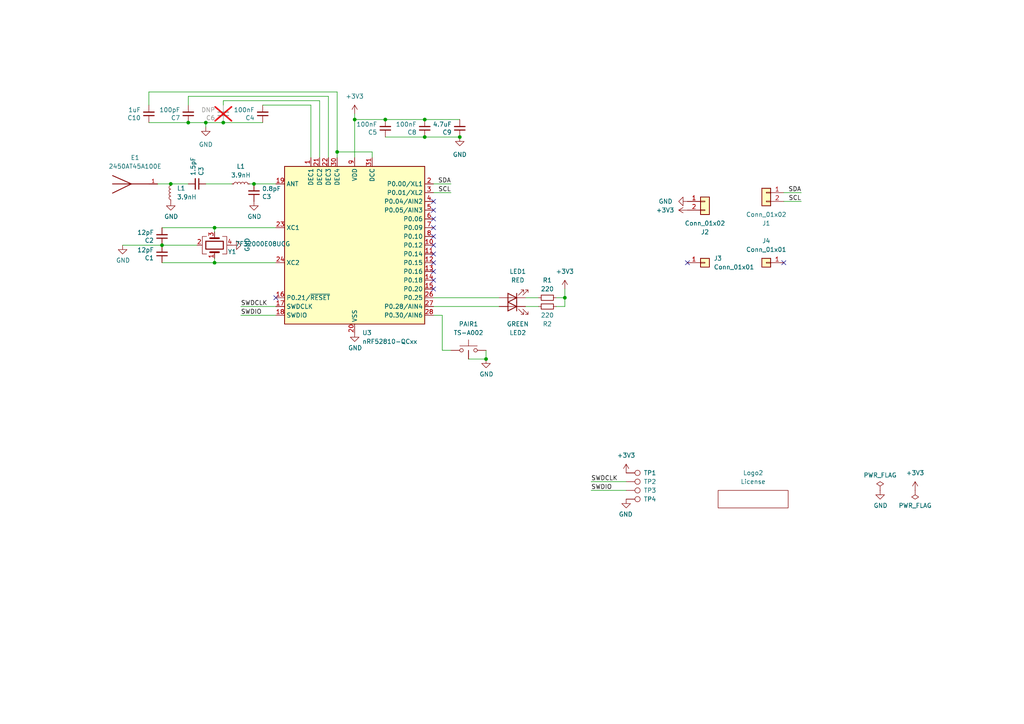
<source format=kicad_sch>
(kicad_sch (version 20230121) (generator eeschema)
  (paper "A4")
  (lib_symbols
    (symbol "2450AT45A100E:2450AT45A100E" (pin_names (offset 1.016))
      (property "Reference" "E" (at 2.8004 5.8496 0))
      (property "Value" "2450AT45A100E" (at 2.6732 3.813 0))
      (symbol "2450AT45A100E_0_0"
        (polyline (pts (xy 0 2.54) (xy -2.667 8.001)) (stroke (width 0.254)))
        (polyline (pts (xy 0 2.54) (xy 0 -5.08)) (stroke (width 0.254)))
        (polyline (pts (xy 0 8.001) (xy 0 2.54)) (stroke (width 0.254)))
        (polyline (pts (xy 2.413 8.001) (xy 0 2.54)) (stroke (width 0.254)))
        (pin input line (at 0 -5.08 90) (length 2.54) (name "~") (number "1"))
      )
    )
    (symbol "Connector:TestPoint" (pin_numbers hide) (pin_names (offset 0.762) hide)
      (property "Reference" "TP" (at 0 6.858 0))
      (property "Value" "TestPoint" (at 0 5.08 0))
      (symbol "TestPoint_0_1"
        (circle (center 0 3.302) (radius 0.762))
      )
      (symbol "TestPoint_1_1"
        (pin passive line (at 0 0 90) (length 2.54) (name "1") (number "1"))
      )
    )
    (symbol "Connector_Generic:Conn_01x01" (pin_names (offset 1.016) hide)
      (property "Reference" "J" (at 0 2.54 0))
      (property "Value" "Conn_01x01" (at 0 -2.54 0))
      (symbol "Conn_01x01_1_1"
        (rectangle (start -1.27 0.127) (end 0 -0.127) (stroke (width 0.1524)))
        (rectangle (start -1.27 1.27) (end 1.27 -1.27) (stroke (width 0.254)) (fill (type background)))
        (pin passive line (at -5.08 0 0) (length 3.81) (name "Pin_1") (number "1"))
      )
    )
    (symbol "Connector_Generic:Conn_01x02" (pin_names (offset 1.016) hide)
      (property "Reference" "J" (at 0 2.54 0))
      (property "Value" "Conn_01x02" (at 0 -5.08 0))
      (symbol "Conn_01x02_1_1"
        (rectangle (start -1.27 -2.413) (end 0 -2.667) (stroke (width 0.1524)))
        (rectangle (start -1.27 0.127) (end 0 -0.127) (stroke (width 0.1524)))
        (rectangle (start -1.27 1.27) (end 1.27 -3.81) (stroke (width 0.254)) (fill (type background)))
        (pin passive line (at -5.08 0 0) (length 3.81) (name "Pin_1") (number "1"))
        (pin passive line (at -5.08 -2.54 0) (length 3.81) (name "Pin_2") (number "2"))
      )
    )
    (symbol "Device:C_Small" (pin_numbers hide) (pin_names (offset 0.254) hide)
      (property "Reference" "C" (at 0.254 1.778 0))
      (property "Value" "C_Small" (at 0.254 -2.032 0))
      (symbol "C_Small_0_1"
        (polyline (pts (xy -1.524 -0.508) (xy 1.524 -0.508)) (stroke (width 0.3302)))
        (polyline (pts (xy -1.524 0.508) (xy 1.524 0.508)) (stroke (width 0.3048)))
      )
      (symbol "C_Small_1_1"
        (pin passive line (at 0 2.54 270) (length 2.032) (name "~") (number "1"))
        (pin passive line (at 0 -2.54 90) (length 2.032) (name "~") (number "2"))
      )
    )
    (symbol "Device:Crystal_GND24" (pin_names (offset 1.016) hide)
      (property "Reference" "Y" (at 3.175 5.08 0))
      (property "Value" "Crystal_GND24" (at 3.175 3.175 0))
      (symbol "Crystal_GND24_0_1"
        (rectangle (start -1.143 2.54) (end 1.143 -2.54) (stroke (width 0.3048)))
        (polyline (pts (xy -2.54 0) (xy -2.032 0)))
        (polyline (pts (xy -2.032 -1.27) (xy -2.032 1.27)) (stroke (width 0.508)))
        (polyline (pts (xy 0 -3.81) (xy 0 -3.556)))
        (polyline (pts (xy 0 3.556) (xy 0 3.81)))
        (polyline (pts (xy 2.032 -1.27) (xy 2.032 1.27)) (stroke (width 0.508)))
        (polyline (pts (xy 2.032 0) (xy 2.54 0)))
        (polyline (pts (xy -2.54 -2.286) (xy -2.54 -3.556) (xy 2.54 -3.556) (xy 2.54 -2.286)))
        (polyline (pts (xy -2.54 2.286) (xy -2.54 3.556) (xy 2.54 3.556) (xy 2.54 2.286)))
      )
      (symbol "Crystal_GND24_1_1"
        (pin passive line (at -3.81 0 0) (length 1.27) (name "1") (number "1"))
        (pin passive line (at 0 5.08 270) (length 1.27) (name "2") (number "2"))
        (pin passive line (at 3.81 0 180) (length 1.27) (name "3") (number "3"))
        (pin passive line (at 0 -5.08 90) (length 1.27) (name "4") (number "4"))
      )
    )
    (symbol "Device:L_Small" (pin_numbers hide) (pin_names (offset 0.254) hide)
      (property "Reference" "L" (at 0.762 1.016 0))
      (property "Value" "L_Small" (at 0.762 -1.016 0))
      (symbol "L_Small_0_1"
        (arc (start 0 -2.032) (mid 0.5058 -1.524) (end 0 -1.016))
        (arc (start 0 -1.016) (mid 0.5058 -0.508) (end 0 0))
        (arc (start 0 0) (mid 0.5058 0.508) (end 0 1.016))
        (arc (start 0 1.016) (mid 0.5058 1.524) (end 0 2.032))
      )
      (symbol "L_Small_1_1"
        (pin passive line (at 0 2.54 270) (length 0.508) (name "~") (number "1"))
        (pin passive line (at 0 -2.54 90) (length 0.508) (name "~") (number "2"))
      )
    )
    (symbol "Device:R_Small" (pin_numbers hide) (pin_names (offset 0.254) hide)
      (property "Reference" "R" (at 0.762 0.508 0))
      (property "Value" "R_Small" (at 0.762 -1.016 0))
      (symbol "R_Small_0_1"
        (rectangle (start -0.762 1.778) (end 0.762 -1.778) (stroke (width 0.2032)))
      )
      (symbol "R_Small_1_1"
        (pin passive line (at 0 2.54 270) (length 0.762) (name "~") (number "1"))
        (pin passive line (at 0 -2.54 90) (length 0.762) (name "~") (number "2"))
      )
    )
    (symbol "Keyboard Common:TS-A002" (pin_numbers hide) (pin_names (offset 1.016) hide)
      (property "Reference" "RES1" (at 1.27 2.54 0))
      (property "Value" "TS-A002" (at 0 -1.524 0))
      (symbol "TS-A002_0_1"
        (circle (center -2.032 0) (radius 0.508))
        (polyline (pts (xy 0 1.27) (xy 0 3.048)))
        (polyline (pts (xy 2.54 1.27) (xy -2.54 1.27)))
        (circle (center 2.032 0) (radius 0.508))
        (pin passive line (at -5.08 0 0) (length 2.54) (name "1") (number "1"))
        (pin passive line (at 5.08 0 180) (length 2.54) (name "2") (number "2"))
        (pin passive line (at 0 -2.54 90) (length 2.54) (name "3") (number "3"))
      )
    )
    (symbol "LCSC Parts:GREEN" (pin_numbers hide) (pin_names (offset 1.016) hide)
      (property "Reference" "LED" (at 0 2.54 0))
      (property "Value" "GREEN" (at 0 -2.54 0))
      (symbol "GREEN_0_1"
        (polyline (pts (xy -1.27 -1.27) (xy -1.27 1.27)) (stroke (width 0.254)))
        (polyline (pts (xy -1.27 0) (xy 1.27 0)))
        (polyline (pts (xy 1.27 -1.27) (xy 1.27 1.27) (xy -1.27 0) (xy 1.27 -1.27)) (stroke (width 0.254)))
        (polyline (pts (xy -3.048 -0.762) (xy -4.572 -2.286) (xy -3.81 -2.286) (xy -4.572 -2.286) (xy -4.572 -1.524)))
        (polyline (pts (xy -1.778 -0.762) (xy -3.302 -2.286) (xy -2.54 -2.286) (xy -3.302 -2.286) (xy -3.302 -1.524)))
      )
      (symbol "GREEN_1_1"
        (pin passive line (at -3.81 0 0) (length 2.54) (name "K") (number "1"))
        (pin passive line (at 3.81 0 180) (length 2.54) (name "A") (number "2"))
      )
    )
    (symbol "LCSC Parts:RED" (pin_numbers hide) (pin_names (offset 1.016) hide)
      (property "Reference" "LED" (at 0 2.54 0))
      (property "Value" "RED" (at 0 -2.54 0))
      (symbol "RED_0_1"
        (polyline (pts (xy -1.27 -1.27) (xy -1.27 1.27)) (stroke (width 0.254)))
        (polyline (pts (xy -1.27 0) (xy 1.27 0)))
        (polyline (pts (xy 1.27 -1.27) (xy 1.27 1.27) (xy -1.27 0) (xy 1.27 -1.27)) (stroke (width 0.254)))
        (polyline (pts (xy -3.048 -0.762) (xy -4.572 -2.286) (xy -3.81 -2.286) (xy -4.572 -2.286) (xy -4.572 -1.524)))
        (polyline (pts (xy -1.778 -0.762) (xy -3.302 -2.286) (xy -2.54 -2.286) (xy -3.302 -2.286) (xy -3.302 -1.524)))
      )
      (symbol "RED_1_1"
        (pin passive line (at -3.81 0 0) (length 2.54) (name "K") (number "1"))
        (pin passive line (at 3.81 0 180) (length 2.54) (name "A") (number "2"))
      )
    )
    (symbol "Logotypes:QMK_Logo" (pin_numbers hide) (pin_names (offset 0) hide) (in_bom no)
      (property "Reference" "Logo" (at 0 0 0))
      (property "Value" "QMK_Logo" (at 0 2.54 0))
      (symbol "QMK_Logo_0_1"
        (rectangle (start -10.16 3.81) (end 10.16 -1.27))
      )
    )
    (symbol "MCU_Nordic:nRF52810-QCxx"
      (property "Reference" "U" (at 0 1.27 0))
      (property "Value" "nRF52810-QCxx" (at 0 -1.27 0))
      (symbol "nRF52810-QCxx_0_1"
        (rectangle (start -20.32 22.86) (end 20.32 -22.86) (stroke (width 0.254)) (fill (type background)))
      )
      (symbol "nRF52810-QCxx_1_1"
        (pin passive line (at -12.7 25.4 270) (length 2.54) (name "DEC1") (number "1"))
        (pin bidirectional line (at 22.86 0 180) (length 2.54) (name "P0.12") (number "10"))
        (pin bidirectional line (at 22.86 -2.54 180) (length 2.54) (name "P0.14") (number "11"))
        (pin bidirectional line (at 22.86 -5.08 180) (length 2.54) (name "P0.15") (number "12"))
        (pin bidirectional line (at 22.86 -7.62 180) (length 2.54) (name "P0.16") (number "13"))
        (pin bidirectional line (at 22.86 -10.16 180) (length 2.54) (name "P0.18") (number "14"))
        (pin bidirectional line (at 22.86 -12.7 180) (length 2.54) (name "P0.20") (number "15"))
        (pin bidirectional line (at -22.86 -15.24 0) (length 2.54) (name "P0.21/~{RESET}") (number "16"))
        (pin input line (at -22.86 -17.78 0) (length 2.54) (name "SWDCLK") (number "17"))
        (pin bidirectional line (at -22.86 -20.32 0) (length 2.54) (name "SWDIO") (number "18"))
        (pin passive line (at -22.86 17.78 0) (length 2.54) (name "ANT") (number "19"))
        (pin bidirectional line (at 22.86 17.78 180) (length 2.54) (name "P0.00/XL1") (number "2"))
        (pin power_in line (at 0 -25.4 90) (length 2.54) (name "VSS") (number "20"))
        (pin passive line (at -10.16 25.4 270) (length 2.54) (name "DEC2") (number "21"))
        (pin passive line (at -7.62 25.4 270) (length 2.54) (name "DEC3") (number "22"))
        (pin input line (at -22.86 5.08 0) (length 2.54) (name "XC1") (number "23"))
        (pin input line (at -22.86 -5.08 0) (length 2.54) (name "XC2") (number "24"))
        (pin passive line (at 0 25.4 270) (length 2.54) hide (name "VDD") (number "25"))
        (pin bidirectional line (at 22.86 -15.24 180) (length 2.54) (name "P0.25") (number "26"))
        (pin bidirectional line (at 22.86 -17.78 180) (length 2.54) (name "P0.28/AIN4") (number "27"))
        (pin bidirectional line (at 22.86 -20.32 180) (length 2.54) (name "P0.30/AIN6") (number "28"))
        (pin passive line (at 0 -25.4 90) (length 2.54) hide (name "VSS") (number "29"))
        (pin bidirectional line (at 22.86 15.24 180) (length 2.54) (name "P0.01/XL2") (number "3"))
        (pin passive line (at -5.08 25.4 270) (length 2.54) (name "DEC4") (number "30"))
        (pin power_out line (at 5.08 25.4 270) (length 2.54) (name "DCC") (number "31"))
        (pin passive line (at 0 25.4 270) (length 2.54) hide (name "VDD") (number "32"))
        (pin passive line (at 0 -25.4 90) (length 2.54) hide (name "VSS") (number "33"))
        (pin bidirectional line (at 22.86 12.7 180) (length 2.54) (name "P0.04/AIN2") (number "4"))
        (pin bidirectional line (at 22.86 10.16 180) (length 2.54) (name "P0.05/AIN3") (number "5"))
        (pin bidirectional line (at 22.86 7.62 180) (length 2.54) (name "P0.06") (number "6"))
        (pin bidirectional line (at 22.86 5.08 180) (length 2.54) (name "P0.09") (number "7"))
        (pin bidirectional line (at 22.86 2.54 180) (length 2.54) (name "P0.10") (number "8"))
        (pin power_in line (at 0 25.4 270) (length 2.54) (name "VDD") (number "9"))
      )
    )
    (symbol "power:+3V3" (power) (pin_names (offset 0))
      (property "Value" "+3V3" (at 0 3.556 0))
      (symbol "+3V3_0_1"
        (polyline (pts (xy -0.762 1.27) (xy 0 2.54)))
        (polyline (pts (xy 0 0) (xy 0 2.54)))
        (polyline (pts (xy 0 2.54) (xy 0.762 1.27)))
      )
      (symbol "+3V3_1_1"
        (pin power_in line (at 0 0 90) (length 0) hide (name "+3V3") (number "1"))
      )
    )
    (symbol "power:GND" (power) (pin_names (offset 0))
      (property "Value" "GND" (at 0 -3.81 0))
      (symbol "GND_0_1"
        (polyline (pts (xy 0 0) (xy 0 -1.27) (xy 1.27 -1.27) (xy 0 -2.54) (xy -1.27 -1.27) (xy 0 -1.27)))
      )
      (symbol "GND_1_1"
        (pin power_in line (at 0 0 270) (length 0) hide (name "GND") (number "1"))
      )
    )
    (symbol "power:PWR_FLAG" (power) (pin_numbers hide) (pin_names (offset 0) hide)
      (property "Value" "PWR_FLAG" (at 0 3.81 0))
      (symbol "PWR_FLAG_0_0"
        (pin power_out line (at 0 0 90) (length 0) (name "pwr") (number "1"))
      )
      (symbol "PWR_FLAG_0_1"
        (polyline (pts (xy 0 0) (xy 0 1.27) (xy -1.016 1.905) (xy 0 2.54) (xy 1.016 1.905) (xy 0 1.27)))
      )
    )
  )
  (junction (at 54.61 35.56))
  (junction (at 97.79 44.069))
  (junction (at 62.23 76.2))
  (junction (at 59.69 35.56))
  (junction (at 46.99 71.12))
  (junction (at 62.23 66.04))
  (junction (at 133.35 39.751))
  (junction (at 140.97 104.14))
  (junction (at 163.83 86.36))
  (junction (at 123.19 39.751))
  (junction (at 49.53 53.34))
  (junction (at 102.87 34.671))
  (junction (at 123.19 34.671))
  (junction (at 73.66 53.34))
  (junction (at 64.77 35.56))
  (junction (at 111.76 34.671))
  (no_connect (at 125.73 83.82))
  (no_connect (at 125.73 81.28))
  (no_connect (at 125.73 60.96))
  (no_connect (at 125.73 73.66))
  (no_connect (at 125.73 78.74))
  (no_connect (at 125.73 58.42))
  (no_connect (at 125.73 76.2))
  (no_connect (at 125.73 68.58))
  (no_connect (at 125.73 71.12))
  (no_connect (at 80.01 86.36))
  (no_connect (at 125.73 63.5))
  (no_connect (at 227.33 76.2))
  (no_connect (at 199.39 76.2))
  (no_connect (at 125.73 66.04))
  (wire (pts (xy 232.41 58.42) (xy 227.33 58.42)))
  (wire (pts (xy 232.41 55.88) (xy 227.33 55.88)))
  (wire (pts (xy 161.29 86.36) (xy 163.83 86.36)))
  (wire (pts (xy 54.61 35.56) (xy 59.69 35.56)))
  (wire (pts (xy 45.72 53.34) (xy 49.53 53.34)))
  (wire (pts (xy 69.85 91.44) (xy 80.01 91.44)))
  (wire (pts (xy 156.21 88.9) (xy 152.4 88.9)))
  (wire (pts (xy 111.76 34.671) (xy 123.19 34.671)))
  (wire (pts (xy 72.39 53.34) (xy 73.66 53.34)))
  (wire (pts (xy 135.89 104.14) (xy 140.97 104.14)))
  (wire (pts (xy 92.71 29.21) (xy 92.71 45.72)))
  (wire (pts (xy 62.23 74.93) (xy 62.23 76.2)))
  (wire (pts (xy 163.83 88.9) (xy 161.29 88.9)))
  (wire (pts (xy 102.87 34.671) (xy 111.76 34.671)))
  (wire (pts (xy 76.2 30.48) (xy 90.17 30.48)))
  (wire (pts (xy 95.25 27.94) (xy 95.25 45.72)))
  (wire (pts (xy 80.01 76.2) (xy 62.23 76.2)))
  (wire (pts (xy 64.77 35.56) (xy 76.2 35.56)))
  (wire (pts (xy 123.19 34.671) (xy 133.35 34.671)))
  (wire (pts (xy 62.23 66.04) (xy 80.01 66.04)))
  (wire (pts (xy 62.23 66.04) (xy 62.23 67.31)))
  (wire (pts (xy 163.83 88.9) (xy 163.83 86.36)))
  (wire (pts (xy 46.99 71.12) (xy 35.56 71.12)))
  (wire (pts (xy 59.69 35.56) (xy 64.77 35.56)))
  (wire (pts (xy 102.87 34.671) (xy 102.87 45.72)))
  (wire (pts (xy 125.73 88.9) (xy 144.78 88.9)))
  (wire (pts (xy 128.27 101.6) (xy 130.81 101.6)))
  (wire (pts (xy 64.77 29.21) (xy 92.71 29.21)))
  (wire (pts (xy 125.73 86.36) (xy 144.78 86.36)))
  (wire (pts (xy 90.17 30.48) (xy 90.17 45.72)))
  (wire (pts (xy 111.76 39.751) (xy 123.19 39.751)))
  (wire (pts (xy 43.18 26.67) (xy 97.79 26.67)))
  (wire (pts (xy 73.66 53.34) (xy 80.01 53.34)))
  (wire (pts (xy 171.45 139.7) (xy 181.61 139.7)))
  (wire (pts (xy 97.79 44.069) (xy 97.79 45.72)))
  (wire (pts (xy 95.25 27.94) (xy 54.61 27.94)))
  (wire (pts (xy 130.81 55.88) (xy 125.73 55.88)))
  (wire (pts (xy 123.19 39.751) (xy 133.35 39.751)))
  (wire (pts (xy 59.69 53.34) (xy 67.31 53.34)))
  (wire (pts (xy 156.21 86.36) (xy 152.4 86.36)))
  (wire (pts (xy 163.83 83.82) (xy 163.83 86.36)))
  (wire (pts (xy 97.79 26.67) (xy 97.79 44.069)))
  (wire (pts (xy 64.77 29.21) (xy 64.77 30.48)))
  (wire (pts (xy 102.87 33.02) (xy 102.87 34.671)))
  (wire (pts (xy 140.97 104.14) (xy 140.97 101.6)))
  (wire (pts (xy 130.81 53.34) (xy 125.73 53.34)))
  (wire (pts (xy 43.18 35.56) (xy 54.61 35.56)))
  (wire (pts (xy 69.85 88.9) (xy 80.01 88.9)))
  (wire (pts (xy 171.45 142.24) (xy 181.61 142.24)))
  (wire (pts (xy 49.53 53.34) (xy 54.61 53.34)))
  (wire (pts (xy 46.99 71.12) (xy 57.15 71.12)))
  (wire (pts (xy 46.99 66.04) (xy 62.23 66.04)))
  (wire (pts (xy 128.27 91.44) (xy 125.73 91.44)))
  (wire (pts (xy 43.18 26.67) (xy 43.18 30.48)))
  (wire (pts (xy 59.69 35.56) (xy 59.69 36.83)))
  (wire (pts (xy 128.27 101.6) (xy 128.27 91.44)))
  (wire (pts (xy 46.99 76.2) (xy 62.23 76.2)))
  (wire (pts (xy 54.61 27.94) (xy 54.61 30.48)))
  (wire (pts (xy 97.79 44.069) (xy 107.95 44.069)))
  (wire (pts (xy 107.95 44.069) (xy 107.95 45.72)))
  (label "SWDCLK" (at 69.85 88.9 0))
  (label "SDA" (at 130.81 53.34 180))
  (label "SWDIO" (at 171.45 142.24 0))
  (label "SWDCLK" (at 171.45 139.7 0))
  (label "SCL" (at 130.81 55.88 180))
  (label "SDA" (at 232.41 55.88 180))
  (label "SWDIO" (at 69.85 91.44 0))
  (label "SCL" (at 232.41 58.42 180))
  (symbol (lib_id "power:+3V3") (at 102.87 33.02 0) (unit 1)
    (property "Reference" "#PWR019" (effects hide))
    (property "Value" "+3V3" (at 102.87 27.94 0))
    (instances (project "Lotus46_unWired_100" (path "" (reference "#PWR019") (unit 1))) (project "unWired Dongle RP2040" (path "" (reference "#PWR010") (unit 1))))
  )
  (symbol (lib_id "Device:C_Small") (at 133.35 37.211 180) (unit 1)
    (property "Reference" "C9" (at 131.0132 38.3794 0) (effects (justify left)))
    (property "Value" "4.7uF" (at 131.0132 36.068 0) (effects (justify left)))
    (property "Footprint" "Capacitor_SMD:C_0603_1608Metric" (effects hide))
    (property "LCSC" "C380326" (effects hide))
    (instances (project "Lotus46_unWired_100" (path "" (reference "C9") (unit 1)) (path "" (reference "C33") (unit 1))) (project "unWired Dongle RP2040" (path "" (reference "C9") (unit 1))))
  )
  (symbol (lib_id "Device:C_Small") (at 76.2 33.02 180) (unit 1)
    (property "Reference" "C4" (at 73.8632 34.1884 0) (effects (justify left)))
    (property "Value" "100nF" (at 73.8632 31.877 0) (effects (justify left)))
    (property "Footprint" "Capacitor_SMD:C_0402_1005Metric" (effects hide))
    (property "LCSC" "C126523" (effects hide))
    (instances (project "Lotus46_unWired_100" (path "" (reference "C4") (unit 1)) (path "" (reference "C30") (unit 1))) (project "unWired Dongle RP2040" (path "" (reference "C4") (unit 1))))
  )
  (symbol (lib_id "Device:C_Small") (at 57.15 53.34 270) (mirror x) (unit 1)
    (property "Reference" "C3" (at 58.3184 51.0032 0) (effects (justify left)))
    (property "Value" "1.5pF" (at 56.007 51.0032 0) (effects (justify left)))
    (property "Footprint" "Capacitor_SMD:C_0402_1005Metric" (effects hide))
    (property "LCSC" "C565486" (effects hide))
    (instances (project "Lotus46_unWired_100" (path "" (reference "C3") (unit 1)) (path "" (reference "C34") (unit 1))) (project "unWired Dongle RP2040" (path "" (reference "C11") (unit 1))))
  )
  (symbol (lib_id "power:GND") (at 140.97 104.14 0) (unit 1)
    (property "Reference" "#PWR029" (effects hide))
    (property "Value" "GND" (at 141.097 108.5342 0))
    (instances (project "Lotus46_unWired_100" (path "" (reference "#PWR029") (unit 1)) (path "" (reference "#PWR044") (unit 1))) (project "unWired Dongle RP2040" (path "" (reference "#PWR014") (unit 1))))
  )
  (symbol (lib_id "power:GND") (at 59.69 36.83 0) (unit 1)
    (property "Reference" "#PWR010" (effects hide))
    (property "Value" "GND" (at 59.69 41.91 0))
    (instances (project "Lotus46_unWired_100" (path "" (reference "#PWR010") (unit 1)) (path "" (reference "#PWR029") (unit 1))) (project "unWired Dongle RP2040" (path "" (reference "#PWR06") (unit 1))))
  )
  (symbol (lib_id "Device:C_Small") (at 123.19 37.211 180) (unit 1)
    (property "Reference" "C8" (at 120.8532 38.3794 0) (effects (justify left)))
    (property "Value" "100nF" (at 120.8532 36.068 0) (effects (justify left)))
    (property "Footprint" "Capacitor_SMD:C_0402_1005Metric" (effects hide))
    (property "LCSC" "C126523" (effects hide))
    (instances (project "Lotus46_unWired_100" (path "" (reference "C8") (unit 1)) (path "" (reference "C32") (unit 1))) (project "unWired Dongle RP2040" (path "" (reference "C8") (unit 1))))
  )
  (symbol (lib_id "power:GND") (at 67.31 71.12 90) (unit 1)
    (property "Reference" "#PWR07" (effects hide))
    (property "Value" "GND" (at 71.7042 70.993 0))
    (instances (project "Lotus46_unWired_100" (path "" (reference "#PWR07") (unit 1)) (path "" (reference "#PWR041") (unit 1))) (project "unWired Dongle RP2040" (path "" (reference "#PWR03") (unit 1))))
  )
  (symbol (lib_id "MCU_Nordic:nRF52810-QCxx") (at 102.87 71.12 0) (unit 1)
    (property "Reference" "U3" (at 105.0641 96.52 0) (effects (justify left)))
    (property "Value" "nRF52810-QCxx" (at 105.0641 99.06 0) (effects (justify left)))
    (property "Footprint" "Package_DFN_QFN:QFN-32-1EP_5x5mm_P0.5mm_EP3.6x3.6mm_ThermalVias" (effects hide))
    (property "Datasheet" "http://infocenter.nordicsemi.com/pdf/nRF52810_PS_v1.1.pdf" (effects hide))
    (property "LCSC" "C519278" (effects hide))
    (instances (project "Lotus46_unWired_100" (path "" (reference "U3") (unit 1))) (project "unWired Dongle RP2040" (path "" (reference "U1") (unit 1))))
  )
  (symbol (lib_id "Device:C_Small") (at 111.76 37.211 180) (unit 1)
    (property "Reference" "C5" (at 109.4232 38.3794 0) (effects (justify left)))
    (property "Value" "100nF" (at 109.4232 36.068 0) (effects (justify left)))
    (property "Footprint" "Capacitor_SMD:C_0402_1005Metric" (effects hide))
    (property "LCSC" "C126523" (effects hide))
    (instances (project "Lotus46_unWired_100" (path "" (reference "C5") (unit 1)) (path "" (reference "C31") (unit 1))) (project "unWired Dongle RP2040" (path "" (reference "C5") (unit 1))))
  )
  (symbol (lib_id "power:GND") (at 133.35 39.751 0) (unit 1)
    (property "Reference" "#PWR06" (effects hide))
    (property "Value" "GND" (at 133.35 44.831 0))
    (instances (project "Lotus46_unWired_100" (path "" (reference "#PWR06") (unit 1)) (path "" (reference "#PWR033") (unit 1))) (project "unWired Dongle RP2040" (path "" (reference "#PWR05") (unit 1))))
  )
  (symbol (lib_id "power:GND") (at 102.87 96.52 0) (unit 1)
    (property "Reference" "#PWR029" (effects hide))
    (property "Value" "GND" (at 102.997 100.9142 0))
    (instances (project "Lotus46_unWired_100" (path "" (reference "#PWR029") (unit 1)) (path "" (reference "#PWR043") (unit 1))) (project "unWired Dongle RP2040" (path "" (reference "#PWR011") (unit 1))))
  )
  (symbol (lib_id "power:GND") (at 49.53 58.42 0) (unit 1)
    (property "Reference" "#PWR013" (effects hide))
    (property "Value" "GND" (at 49.657 62.8142 0))
    (instances (project "Lotus46_unWired_100" (path "" (reference "#PWR013") (unit 1)) (path "" (reference "#PWR035") (unit 1))) (project "unWired Dongle RP2040" (path "" (reference "#PWR016") (unit 1))))
  )
  (symbol (lib_id "Device:C_Small") (at 73.66 55.88 0) (mirror x) (unit 1)
    (property "Reference" "C3" (at 75.9968 57.0484 0) (effects (justify left)))
    (property "Value" "0.8pF" (at 75.9968 54.737 0) (effects (justify left)))
    (property "Footprint" "Capacitor_SMD:C_0402_1005Metric" (effects hide))
    (property "LCSC" "C258484" (effects hide))
    (instances (project "Lotus46_unWired_100" (path "" (reference "C3") (unit 1)) (path "" (reference "C35") (unit 1))) (project "unWired Dongle RP2040" (path "" (reference "C3") (unit 1))))
  )
  (symbol (lib_id "power:GND") (at 199.39 58.42 270) (unit 1)
    (property "Reference" "#PWR029" (effects hide))
    (property "Value" "GND" (at 193.04 58.42 90))
    (instances (project "Lotus46_unWired_100" (path "" (reference "#PWR029") (unit 1)) (path "" (reference "#PWR038") (unit 1))) (project "unWired Dongle RP2040" (path "" (reference "#PWR013") (unit 1))))
  )
  (symbol (lib_id "Connector:TestPoint") (at 181.61 142.24 270) (mirror x) (unit 1) (in_bom no)
    (property "Reference" "TP3" (at 186.69 142.24 90) (effects (justify left)))
    (property "Value" "TestPoint" (effects hide))
    (property "Footprint" "TestPoint:TestPoint_Pad_D1.0mm" (effects hide))
    (instances (project "Lotus46_unWired_100" (path "" (reference "TP3") (unit 1)) (path "" (reference "TP11") (unit 1))) (project "unWired Dongle RP2040" (path "" (reference "TP2") (unit 1))))
  )
  (symbol (lib_id "Connector_Generic:Conn_01x01") (at 222.25 76.2 180) (unit 1) (in_bom no)
    (property "Reference" "J4" (at 222.25 69.85 0))
    (property "Value" "Conn_01x01" (at 222.25 72.39 0))
    (property "Footprint" "Keyboard Common:PinHeader_1" (effects hide))
  )
  (symbol (lib_id "2450AT45A100E:2450AT45A100E") (at 40.64 53.34 90) (unit 1)
    (property "Reference" "E1" (at 39.1795 45.72 90))
    (property "Value" "2450AT45A100E" (at 39.1795 48.26 90))
    (property "Footprint" "ANT_2450AT45A100E" (effects hide))
    (property "MF" "Johanson Technology" (effects hide))
    (property "MAXIMUM_PACKAGE_HEIGHT" "1.3mm" (effects hide))
    (property "Package" "None" (effects hide))
    (property "Price" "None" (effects hide))
    (property "Check_prices" "https://www.snapeda.com/parts/2450AT45A100E/Johanson+Technology+Inc./view-part/?ref=eda" (effects hide))
    (property "STANDARD" "Manufacturer Recommendations" (effects hide))
    (property "PARTREV" "3.1" (effects hide))
    (property "SnapEDA_Link" "https://www.snapeda.com/parts/2450AT45A100E/Johanson+Technology+Inc./view-part/?ref=snap" (effects hide))
    (property "MP" "2450AT45A100E" (effects hide))
    (property "Description" "\n2.4GHz - Chip RF Antenna 2.4GHz ~ 2.5GHz 2.2dBi Solder Surface Mount\n" (effects hide))
    (property "Availability" "In Stock" (effects hide))
    (property "MANUFACTURER" "Johanson" (effects hide))
    (property "LCSC" "C2917722" (effects hide))
    (instances (project "Lotus46_unWired_100" (path "" (reference "E1") (unit 1)) (path "" (reference "E3") (unit 1))) (project "unWired Dongle RP2040" (path "" (reference "E1") (unit 1))))
  )
  (symbol (lib_id "Logotypes:QMK_Logo") (at 218.44 146.05 0) (unit 1) (in_bom no)
    (property "Reference" "Logo2" (at 218.44 137.16 0))
    (property "Value" "License" (at 218.44 139.7 0))
    (property "Footprint" "Logotypes:CC_BY_SA_40_line" (effects hide))
    (property "Sim.Enable" "0" (effects hide))
    (instances (project "Lotus46_unWired_100" (path "" (reference "Logo2") (unit 1)) (path "" (reference "Logo5") (unit 1))) (project "unWired Dongle RP2040" (path "" (reference "Logo2") (unit 1))))
  )
  (symbol (lib_id "Device:C_Small") (at 54.61 33.02 180) (unit 1)
    (property "Reference" "C7" (at 52.2732 34.1884 0) (effects (justify left)))
    (property "Value" "100pF" (at 52.2732 31.877 0) (effects (justify left)))
    (property "Footprint" "Capacitor_SMD:C_0402_1005Metric" (effects hide))
    (property "LCSC" "C147476" (effects hide))
    (instances (project "Lotus46_unWired_100" (path "" (reference "C7") (unit 1)) (path "" (reference "C28") (unit 1))) (project "unWired Dongle RP2040" (path "" (reference "C7") (unit 1))))
  )
  (symbol (lib_id "Device:Crystal_GND24") (at 62.23 71.12 90) (unit 1)
    (property "Reference" "Y1" (at 67.31 73.025 90))
    (property "Value" "7F32000E08UCG" (at 76.2 70.7457 90))
    (property "Footprint" "Crystal:Crystal_SMD_2016-4Pin_2.0x1.6mm" (effects hide))
    (property "LCSC" "C524692" (effects hide))
    (instances (project "Lotus46_unWired_100" (path "" (reference "Y1") (unit 1)) (path "" (reference "Y3") (unit 1))) (project "unWired Dongle RP2040" (path "" (reference "Y1") (unit 1))))
  )
  (symbol (lib_id "Connector:TestPoint") (at 181.61 144.78 270) (mirror x) (unit 1) (in_bom no)
    (property "Reference" "TP4" (at 186.69 144.78 90) (effects (justify left)))
    (property "Value" "TestPoint" (effects hide))
    (property "Footprint" "TestPoint:TestPoint_Pad_D1.0mm" (effects hide))
    (instances (project "Lotus46_unWired_100" (path "" (reference "TP4") (unit 1)) (path "" (reference "TP12") (unit 1))) (project "unWired Dongle RP2040" (path "" (reference "TP1") (unit 1))))
  )
  (symbol (lib_id "power:+3V3") (at 163.83 83.82 0) (unit 1)
    (property "Reference" "#PWR042" (effects hide))
    (property "Value" "+3V3" (at 163.83 78.74 0))
    (instances (project "Lotus46_unWired_100" (path "" (reference "#PWR042") (unit 1))) (project "unWired Dongle RP2040" (path "" (reference "#PWR017") (unit 1))))
  )
  (symbol (lib_id "power:GND") (at 255.27 142.24 0) (unit 1)
    (property "Reference" "#PWR029" (effects hide))
    (property "Value" "GND" (at 255.397 146.6342 0))
    (instances (project "Lotus46_unWired_100" (path "" (reference "#PWR029") (unit 1)) (path "" (reference "#PWR046") (unit 1))) (project "unWired Dongle RP2040" (path "" (reference "#PWR09") (unit 1))))
  )
  (symbol (lib_id "Connector:TestPoint") (at 181.61 137.16 270) (mirror x) (unit 1) (in_bom no)
    (property "Reference" "TP1" (at 186.69 137.16 90) (effects (justify left)))
    (property "Value" "TestPoint" (effects hide))
    (property "Footprint" "TestPoint:TestPoint_Pad_D1.0mm" (effects hide))
    (instances (project "Lotus46_unWired_100" (path "" (reference "TP1") (unit 1)) (path "" (reference "TP9") (unit 1))) (project "unWired Dongle RP2040" (path "" (reference "TP4") (unit 1))))
  )
  (symbol (lib_id "power:GND") (at 73.66 58.42 0) (unit 1)
    (property "Reference" "#PWR013" (effects hide))
    (property "Value" "GND" (at 73.787 62.8142 0))
    (instances (project "Lotus46_unWired_100" (path "" (reference "#PWR013") (unit 1)) (path "" (reference "#PWR037") (unit 1))) (project "unWired Dongle RP2040" (path "" (reference "#PWR01") (unit 1))))
  )
  (symbol (lib_id "Device:R_Small") (at 158.75 86.36 90) (unit 1)
    (property "Reference" "R1" (at 158.75 81.28 90))
    (property "Value" "220" (at 158.75 83.82 90))
    (property "Footprint" "Resistor_SMD:R_0402_1005Metric" (effects hide))
    (property "LCSC" "C162901" (effects hide))
  )
  (symbol (lib_id "LCSC Parts:GREEN") (at 148.59 88.9 0) (mirror y) (unit 1)
    (property "Reference" "LED2" (at 150.1775 96.52 0))
    (property "Value" "GREEN" (at 150.1775 93.98 0))
    (property "Footprint" "LED_SMD:LED_0603_1608Metric_Pad1.05x0.95mm_HandSolder" (effects hide))
    (property "LCSC" "C72043" (effects hide))
  )
  (symbol (lib_id "power:PWR_FLAG") (at 265.43 142.24 180) (unit 1)
    (property "Reference" "#FLG02" (effects hide))
    (property "Value" "PWR_FLAG" (at 265.43 146.6342 0))
    (instances (project "Lotus46_unWired_100" (path "" (reference "#FLG02") (unit 1)) (path "" (reference "#FLG06") (unit 1))) (project "unWired Dongle RP2040" (path "" (reference "#FLG02") (unit 1))))
  )
  (symbol (lib_id "Device:C_Small") (at 46.99 73.66 180) (unit 1)
    (property "Reference" "C1" (at 44.6532 74.8284 0) (effects (justify left)))
    (property "Value" "12pF" (at 44.6532 72.517 0) (effects (justify left)))
    (property "Footprint" "Capacitor_SMD:C_0402_1005Metric" (effects hide))
    (property "LCSC" "C458856" (effects hide))
    (instances (project "Lotus46_unWired_100" (path "" (reference "C1") (unit 1)) (path "" (reference "C37") (unit 1))) (project "unWired Dongle RP2040" (path "" (reference "C1") (unit 1))))
  )
  (symbol (lib_id "Device:C_Small") (at 46.99 68.58 180) (unit 1)
    (property "Reference" "C2" (at 44.6532 69.7484 0) (effects (justify left)))
    (property "Value" "12pF" (at 44.6532 67.437 0) (effects (justify left)))
    (property "Footprint" "Capacitor_SMD:C_0402_1005Metric" (effects hide))
    (property "LCSC" "C458856" (effects hide))
    (instances (project "Lotus46_unWired_100" (path "" (reference "C2") (unit 1)) (path "" (reference "C36") (unit 1))) (project "unWired Dongle RP2040" (path "" (reference "C2") (unit 1))))
  )
  (symbol (lib_id "power:+3V3") (at 265.43 142.24 0) (unit 1)
    (property "Reference" "#PWR047" (effects hide))
    (property "Value" "+3V3" (at 265.43 137.16 0))
    (instances (project "Lotus46_unWired_100" (path "" (reference "#PWR047") (unit 1))) (project "unWired Dongle RP2040" (path "" (reference "#PWR015") (unit 1))))
  )
  (symbol (lib_id "power:GND") (at 35.56 71.12 0) (unit 1)
    (property "Reference" "#PWR012" (effects hide))
    (property "Value" "GND" (at 35.687 75.5142 0))
    (instances (project "Lotus46_unWired_100" (path "" (reference "#PWR012") (unit 1)) (path "" (reference "#PWR040") (unit 1))) (project "unWired Dongle RP2040" (path "" (reference "#PWR02") (unit 1))))
  )
  (symbol (lib_id "Device:R_Small") (at 158.75 88.9 90) (mirror x) (unit 1)
    (property "Reference" "R2" (at 158.75 93.98 90))
    (property "Value" "220" (at 158.75 91.44 90))
    (property "Footprint" "Resistor_SMD:R_0402_1005Metric" (effects hide))
    (property "LCSC" "C162901" (effects hide))
  )
  (symbol (lib_id "Keyboard Common:TS-A002") (at 135.89 101.6 0) (mirror y) (unit 1)
    (property "Reference" "PAIR1" (at 135.89 93.98 0))
    (property "Value" "TS-A002" (at 135.89 96.52 0))
    (property "Footprint" "Keyboard Common:YTS-A002" (effects hide))
    (property "LCSC" "C2888934" (effects hide))
  )
  (symbol (lib_id "power:PWR_FLAG") (at 255.27 142.24 0) (unit 1)
    (property "Reference" "#FLG01" (effects hide))
    (property "Value" "PWR_FLAG" (at 255.27 137.8204 0))
    (instances (project "Lotus46_unWired_100" (path "" (reference "#FLG01") (unit 1)) (path "" (reference "#FLG05") (unit 1))) (project "unWired Dongle RP2040" (path "" (reference "#FLG01") (unit 1))))
  )
  (symbol (lib_id "LCSC Parts:RED") (at 148.59 86.36 180) (unit 1)
    (property "Reference" "LED1" (at 150.1775 78.74 0))
    (property "Value" "RED" (at 150.1775 81.28 0))
    (property "Footprint" "LED_SMD:LED_0603_1608Metric_Pad1.05x0.95mm_HandSolder" (effects hide))
    (property "LCSC" "C2286" (effects hide))
  )
  (symbol (lib_id "power:GND") (at 181.61 144.78 0) (mirror y) (unit 1)
    (property "Reference" "#PWR02" (effects hide))
    (property "Value" "GND" (at 181.483 149.1742 0))
    (instances (project "Lotus46_unWired_100" (path "" (reference "#PWR02") (unit 1)) (path "" (reference "#PWR048") (unit 1))) (project "unWired Dongle RP2040" (path "" (reference "#PWR07") (unit 1))))
  )
  (symbol (lib_id "power:+3V3") (at 181.61 137.16 0) (unit 1)
    (property "Reference" "#PWR045" (effects hide))
    (property "Value" "+3V3" (at 181.61 132.08 0))
    (instances (project "Lotus46_unWired_100" (path "" (reference "#PWR045") (unit 1))) (project "unWired Dongle RP2040" (path "" (reference "#PWR08") (unit 1))))
  )
  (symbol (lib_id "Device:C_Small") (at 43.18 33.02 180) (unit 1)
    (property "Reference" "C10" (at 40.8432 34.1884 0) (effects (justify left)))
    (property "Value" "1uF" (at 40.8432 31.877 0) (effects (justify left)))
    (property "Footprint" "Capacitor_SMD:C_0603_1608Metric" (effects hide))
    (property "LCSC" "C5137572" (effects hide))
    (instances (project "Lotus46_unWired_100" (path "" (reference "C10") (unit 1)) (path "" (reference "C27") (unit 1))) (project "unWired Dongle RP2040" (path "" (reference "C10") (unit 1))))
  )
  (symbol (lib_id "Connector_Generic:Conn_01x02") (at 204.47 58.42 0) (unit 1) (in_bom no)
    (property "Reference" "J2" (at 204.47 67.31 0))
    (property "Value" "Conn_01x02" (at 204.47 64.77 0))
    (property "Footprint" "Keyboard Common:Pinheader_2" (effects hide))
  )
  (symbol (lib_id "power:+3V3") (at 199.39 60.96 90) (unit 1)
    (property "Reference" "#PWR039" (effects hide))
    (property "Value" "+3V3" (at 195.58 60.96 90) (effects (justify left)))
    (instances (project "Lotus46_unWired_100" (path "" (reference "#PWR039") (unit 1))) (project "unWired Dongle RP2040" (path "" (reference "#PWR04") (unit 1))))
  )
  (symbol (lib_id "Device:L_Small") (at 49.53 55.88 180) (unit 1)
    (property "Reference" "L1" (at 51.308 54.61 0) (effects (justify right)))
    (property "Value" "3.9nH" (at 51.308 57.15 0) (effects (justify right)))
    (property "Footprint" "Inductor_SMD:L_0402_1005Metric" (effects hide))
    (property "LCSC" "C285958" (effects hide))
    (instances (project "Lotus46_unWired_100" (path "" (reference "L1") (unit 1)) (path "" (reference "L6") (unit 1))) (project "unWired Dongle RP2040" (path "" (reference "L2") (unit 1))))
  )
  (symbol (lib_id "Connector:TestPoint") (at 181.61 139.7 270) (mirror x) (unit 1) (in_bom no)
    (property "Reference" "TP2" (at 186.69 139.7 90) (effects (justify left)))
    (property "Value" "TestPoint" (effects hide))
    (property "Footprint" "TestPoint:TestPoint_Pad_D1.0mm" (effects hide))
    (instances (project "Lotus46_unWired_100" (path "" (reference "TP2") (unit 1)) (path "" (reference "TP10") (unit 1))) (project "unWired Dongle RP2040" (path "" (reference "TP3") (unit 1))))
  )
  (symbol (lib_id "Connector_Generic:Conn_01x02") (at 222.25 55.88 0) (mirror y) (unit 1) (in_bom no)
    (property "Reference" "J1" (at 222.25 64.77 0))
    (property "Value" "Conn_01x02" (at 222.25 62.23 0))
    (property "Footprint" "Keyboard Common:Pinheader_2" (effects hide))
  )
  (symbol (lib_id "Connector_Generic:Conn_01x01") (at 204.47 76.2 0) (unit 1) (in_bom no)
    (property "Reference" "J3" (at 207.01 74.93 0) (effects (justify left)))
    (property "Value" "Conn_01x01" (at 207.01 77.47 0) (effects (justify left)))
    (property "Footprint" "Keyboard Common:PinHeader_1" (effects hide))
  )
  (symbol (lib_id "Device:L_Small") (at 69.85 53.34 90) (unit 1)
    (property "Reference" "L1" (at 69.85 48.26 90))
    (property "Value" "3.9nH" (at 69.85 50.8 90))
    (property "Footprint" "Inductor_SMD:L_0402_1005Metric" (effects hide))
    (property "LCSC" "C285958" (effects hide))
    (instances (project "Lotus46_unWired_100" (path "" (reference "L1") (unit 1)) (path "" (reference "L5") (unit 1))) (project "unWired Dongle RP2040" (path "" (reference "L1") (unit 1))))
  )
  (symbol (lib_id "Device:C_Small") (at 64.77 33.02 180) (unit 1) (in_bom no) (dnp yes)
    (property "Reference" "C6" (at 62.4332 34.1884 0) (effects (justify left)))
    (property "Value" "DNP" (at 62.4332 31.877 0) (effects (justify left)))
    (property "Footprint" "Capacitor_SMD:C_0402_1005Metric" (effects hide))
    (instances (project "Lotus46_unWired_100" (path "" (reference "C6") (unit 1)) (path "" (reference "C29") (unit 1))) (project "unWired Dongle RP2040" (path "" (reference "C6") (unit 1))))
  )
)
</source>
